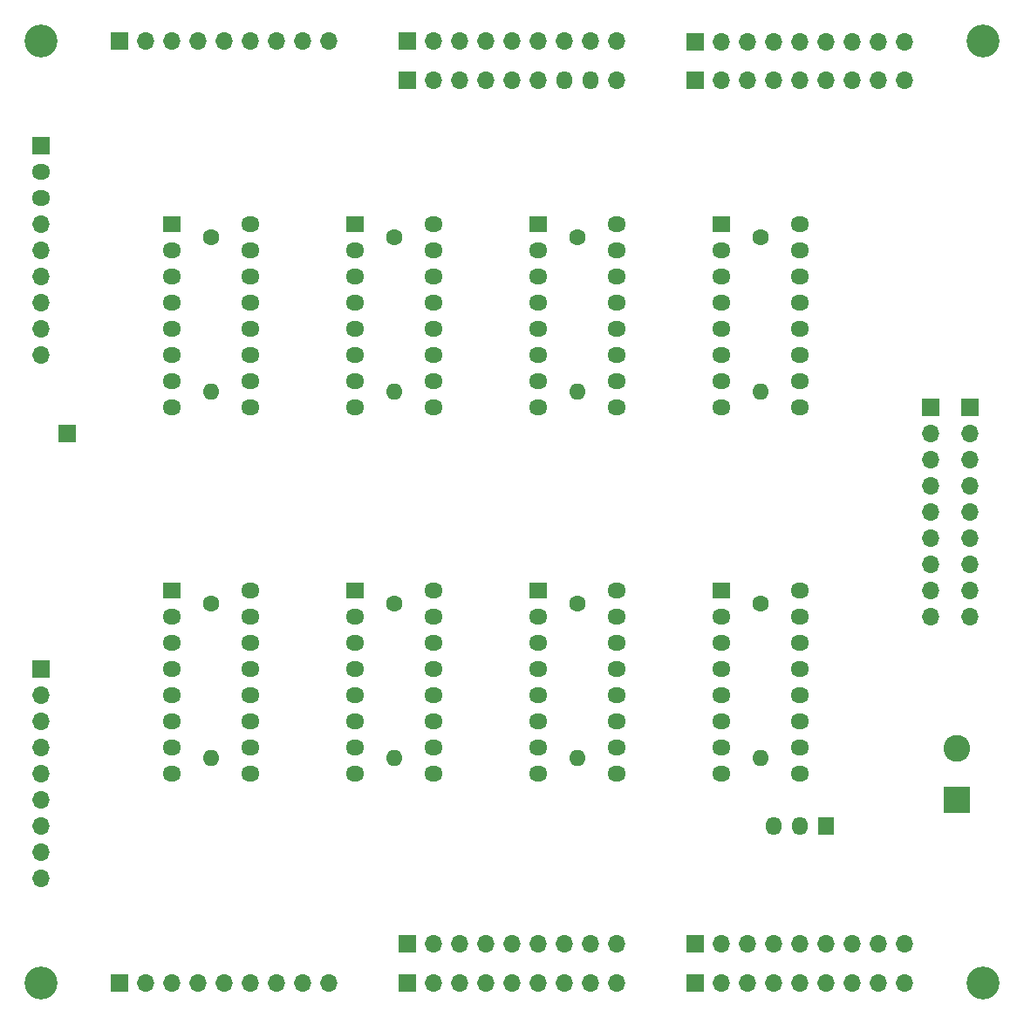
<source format=gbr>
%TF.GenerationSoftware,KiCad,Pcbnew,(5.1.8)-1*%
%TF.CreationDate,2022-12-02T00:18:40+03:00*%
%TF.ProjectId,MUX8x1-v4,4d555838-7831-42d7-9634-2e6b69636164,rev?*%
%TF.SameCoordinates,Original*%
%TF.FileFunction,Soldermask,Top*%
%TF.FilePolarity,Negative*%
%FSLAX46Y46*%
G04 Gerber Fmt 4.6, Leading zero omitted, Abs format (unit mm)*
G04 Created by KiCad (PCBNEW (5.1.8)-1) date 2022-12-02 00:18:40*
%MOMM*%
%LPD*%
G01*
G04 APERTURE LIST*
%ADD10O,1.700000X1.700000*%
%ADD11R,1.700000X1.700000*%
%ADD12O,1.800000X1.500000*%
%ADD13O,1.500000X1.800000*%
%ADD14O,1.600000X1.600000*%
%ADD15C,1.600000*%
%ADD16R,1.800000X1.500000*%
%ADD17R,1.500000X1.800000*%
%ADD18C,2.600000*%
%ADD19R,2.600000X2.600000*%
%ADD20C,3.200000*%
G04 APERTURE END LIST*
D10*
%TO.C,J21*%
X118110000Y-91440000D03*
X118110000Y-88900000D03*
X118110000Y-86360000D03*
X118110000Y-83820000D03*
X118110000Y-81280000D03*
X118110000Y-78740000D03*
X118110000Y-76200000D03*
X118110000Y-73660000D03*
D11*
X118110000Y-71120000D03*
%TD*%
D10*
%TO.C,J19*%
X114300000Y-91440000D03*
X114300000Y-88900000D03*
X114300000Y-86360000D03*
X114300000Y-83820000D03*
X114300000Y-81280000D03*
X114300000Y-78740000D03*
X114300000Y-76200000D03*
X114300000Y-73660000D03*
D11*
X114300000Y-71120000D03*
%TD*%
D10*
%TO.C,J18*%
X111760000Y-123190000D03*
X109220000Y-123190000D03*
X106680000Y-123190000D03*
X104140000Y-123190000D03*
X101600000Y-123190000D03*
X99060000Y-123190000D03*
X96520000Y-123190000D03*
X93980000Y-123190000D03*
D11*
X91440000Y-123190000D03*
%TD*%
D10*
%TO.C,J16*%
X111760000Y-127000000D03*
X109220000Y-127000000D03*
X106680000Y-127000000D03*
X104140000Y-127000000D03*
X101600000Y-127000000D03*
X99060000Y-127000000D03*
X96520000Y-127000000D03*
X93980000Y-127000000D03*
D11*
X91440000Y-127000000D03*
%TD*%
D10*
%TO.C,J15*%
X27940000Y-66040000D03*
X27940000Y-63500000D03*
X27940000Y-60960000D03*
X27940000Y-58420000D03*
X27940000Y-55880000D03*
X27940000Y-53340000D03*
D12*
X27940000Y-50800000D03*
X27940000Y-48260000D03*
D11*
X27940000Y-45720000D03*
%TD*%
D10*
%TO.C,J14*%
X83820000Y-127000000D03*
X81280000Y-127000000D03*
X78740000Y-127000000D03*
X76200000Y-127000000D03*
X73660000Y-127000000D03*
X71120000Y-127000000D03*
X68580000Y-127000000D03*
X66040000Y-127000000D03*
D11*
X63500000Y-127000000D03*
%TD*%
D10*
%TO.C,J12*%
X83820000Y-123190000D03*
X81280000Y-123190000D03*
X78740000Y-123190000D03*
X76200000Y-123190000D03*
X73660000Y-123190000D03*
X71120000Y-123190000D03*
X68580000Y-123190000D03*
X66040000Y-123190000D03*
D11*
X63500000Y-123190000D03*
%TD*%
D10*
%TO.C,J11*%
X55880000Y-35560000D03*
X53340000Y-35560000D03*
X50800000Y-35560000D03*
X48260000Y-35560000D03*
X45720000Y-35560000D03*
X43180000Y-35560000D03*
X40640000Y-35560000D03*
X38100000Y-35560000D03*
D11*
X35560000Y-35560000D03*
%TD*%
D10*
%TO.C,J8*%
X111760000Y-35600000D03*
X109220000Y-35600000D03*
X106680000Y-35600000D03*
X104140000Y-35600000D03*
X101600000Y-35600000D03*
X99060000Y-35600000D03*
X96520000Y-35600000D03*
X93980000Y-35600000D03*
D11*
X91440000Y-35600000D03*
%TD*%
D10*
%TO.C,J6*%
X111760000Y-39370000D03*
X109220000Y-39370000D03*
X106680000Y-39370000D03*
X104140000Y-39370000D03*
X101600000Y-39370000D03*
X99060000Y-39370000D03*
X96520000Y-39370000D03*
X93980000Y-39370000D03*
D11*
X91440000Y-39370000D03*
%TD*%
D10*
%TO.C,J5*%
X55880000Y-127000000D03*
X53340000Y-127000000D03*
X50800000Y-127000000D03*
X48260000Y-127000000D03*
X45720000Y-127000000D03*
X43180000Y-127000000D03*
X40640000Y-127000000D03*
X38100000Y-127000000D03*
D11*
X35560000Y-127000000D03*
%TD*%
D10*
%TO.C,J4*%
X83820000Y-35560000D03*
X81280000Y-35560000D03*
X78740000Y-35560000D03*
X76200000Y-35560000D03*
X73660000Y-35560000D03*
X71120000Y-35560000D03*
X68580000Y-35560000D03*
X66040000Y-35560000D03*
D11*
X63500000Y-35560000D03*
%TD*%
D10*
%TO.C,J2*%
X83820000Y-39370000D03*
D13*
X81280000Y-39370000D03*
X78740000Y-39370000D03*
D10*
X76200000Y-39370000D03*
X73660000Y-39370000D03*
X71120000Y-39370000D03*
X68580000Y-39370000D03*
X66040000Y-39370000D03*
D11*
X63500000Y-39370000D03*
%TD*%
D10*
%TO.C,J1*%
X27940000Y-116840000D03*
X27940000Y-114300000D03*
X27940000Y-111760000D03*
X27940000Y-109220000D03*
X27940000Y-106680000D03*
X27940000Y-104140000D03*
X27940000Y-101600000D03*
X27940000Y-99060000D03*
D11*
X27940000Y-96520000D03*
%TD*%
D14*
%TO.C,C8*%
X97790000Y-105170000D03*
D15*
X97790000Y-90170000D03*
%TD*%
D14*
%TO.C,C7*%
X97790000Y-69610000D03*
D15*
X97790000Y-54610000D03*
%TD*%
D14*
%TO.C,C6*%
X80010000Y-105170000D03*
D15*
X80010000Y-90170000D03*
%TD*%
D14*
%TO.C,C5*%
X80010000Y-69610000D03*
D15*
X80010000Y-54610000D03*
%TD*%
D14*
%TO.C,C4*%
X62230000Y-105170000D03*
D15*
X62230000Y-90170000D03*
%TD*%
D14*
%TO.C,C3*%
X62230000Y-69610000D03*
D15*
X62230000Y-54610000D03*
%TD*%
D14*
%TO.C,C2*%
X44450000Y-105170000D03*
D15*
X44450000Y-90170000D03*
%TD*%
D14*
%TO.C,C1*%
X44450000Y-69610000D03*
D15*
X44450000Y-54610000D03*
%TD*%
D12*
%TO.C,U8*%
X101600000Y-88900000D03*
X93980000Y-106680000D03*
X101600000Y-91440000D03*
X93980000Y-104140000D03*
X101600000Y-93980000D03*
X93980000Y-101600000D03*
X101600000Y-96520000D03*
X93980000Y-99060000D03*
X101600000Y-99060000D03*
X93980000Y-96520000D03*
X101600000Y-101600000D03*
X93980000Y-93980000D03*
X101600000Y-104140000D03*
X93980000Y-91440000D03*
X101600000Y-106680000D03*
D16*
X93980000Y-88900000D03*
%TD*%
D12*
%TO.C,U7*%
X101600000Y-53340000D03*
X93980000Y-71120000D03*
X101600000Y-55880000D03*
X93980000Y-68580000D03*
X101600000Y-58420000D03*
X93980000Y-66040000D03*
X101600000Y-60960000D03*
X93980000Y-63500000D03*
X101600000Y-63500000D03*
X93980000Y-60960000D03*
X101600000Y-66040000D03*
X93980000Y-58420000D03*
X101600000Y-68580000D03*
X93980000Y-55880000D03*
X101600000Y-71120000D03*
D16*
X93980000Y-53340000D03*
%TD*%
D12*
%TO.C,U6*%
X83820000Y-88900000D03*
X76200000Y-106680000D03*
X83820000Y-91440000D03*
X76200000Y-104140000D03*
X83820000Y-93980000D03*
X76200000Y-101600000D03*
X83820000Y-96520000D03*
X76200000Y-99060000D03*
X83820000Y-99060000D03*
X76200000Y-96520000D03*
X83820000Y-101600000D03*
X76200000Y-93980000D03*
X83820000Y-104140000D03*
X76200000Y-91440000D03*
X83820000Y-106680000D03*
D16*
X76200000Y-88900000D03*
%TD*%
D12*
%TO.C,U5*%
X83820000Y-53340000D03*
X76200000Y-71120000D03*
X83820000Y-55880000D03*
X76200000Y-68580000D03*
X83820000Y-58420000D03*
X76200000Y-66040000D03*
X83820000Y-60960000D03*
X76200000Y-63500000D03*
X83820000Y-63500000D03*
X76200000Y-60960000D03*
X83820000Y-66040000D03*
X76200000Y-58420000D03*
X83820000Y-68580000D03*
X76200000Y-55880000D03*
X83820000Y-71120000D03*
D16*
X76200000Y-53340000D03*
%TD*%
D12*
%TO.C,U4*%
X66040000Y-88900000D03*
X58420000Y-106680000D03*
X66040000Y-91440000D03*
X58420000Y-104140000D03*
X66040000Y-93980000D03*
X58420000Y-101600000D03*
X66040000Y-96520000D03*
X58420000Y-99060000D03*
X66040000Y-99060000D03*
X58420000Y-96520000D03*
X66040000Y-101600000D03*
X58420000Y-93980000D03*
X66040000Y-104140000D03*
X58420000Y-91440000D03*
X66040000Y-106680000D03*
D16*
X58420000Y-88900000D03*
%TD*%
D12*
%TO.C,U3*%
X66040000Y-53340000D03*
X58420000Y-71120000D03*
X66040000Y-55880000D03*
X58420000Y-68580000D03*
X66040000Y-58420000D03*
X58420000Y-66040000D03*
X66040000Y-60960000D03*
X58420000Y-63500000D03*
X66040000Y-63500000D03*
X58420000Y-60960000D03*
X66040000Y-66040000D03*
X58420000Y-58420000D03*
X66040000Y-68580000D03*
X58420000Y-55880000D03*
X66040000Y-71120000D03*
D16*
X58420000Y-53340000D03*
%TD*%
D12*
%TO.C,U2*%
X48260000Y-88900000D03*
X40640000Y-106680000D03*
X48260000Y-91440000D03*
X40640000Y-104140000D03*
X48260000Y-93980000D03*
X40640000Y-101600000D03*
X48260000Y-96520000D03*
X40640000Y-99060000D03*
X48260000Y-99060000D03*
X40640000Y-96520000D03*
X48260000Y-101600000D03*
X40640000Y-93980000D03*
X48260000Y-104140000D03*
X40640000Y-91440000D03*
X48260000Y-106680000D03*
D16*
X40640000Y-88900000D03*
%TD*%
D12*
%TO.C,U1*%
X48260000Y-53340000D03*
X40640000Y-71120000D03*
X48260000Y-55880000D03*
X40640000Y-68580000D03*
X48260000Y-58420000D03*
X40640000Y-66040000D03*
X48260000Y-60960000D03*
X40640000Y-63500000D03*
X48260000Y-63500000D03*
X40640000Y-60960000D03*
X48260000Y-66040000D03*
X40640000Y-58420000D03*
X48260000Y-68580000D03*
X40640000Y-55880000D03*
X48260000Y-71120000D03*
D16*
X40640000Y-53340000D03*
%TD*%
D11*
%TO.C,J20*%
X30480000Y-73660000D03*
%TD*%
D13*
%TO.C,J10*%
X99060000Y-111760000D03*
X101600000Y-111760000D03*
D17*
X104140000Y-111760000D03*
%TD*%
D18*
%TO.C,J9*%
X116840000Y-104220000D03*
D19*
X116840000Y-109220000D03*
%TD*%
D20*
%TO.C,H4*%
X119380000Y-127000000D03*
%TD*%
%TO.C,H3*%
X119380000Y-35560000D03*
%TD*%
%TO.C,H2*%
X27940000Y-127000000D03*
%TD*%
%TO.C,H1*%
X27940000Y-35560000D03*
%TD*%
M02*

</source>
